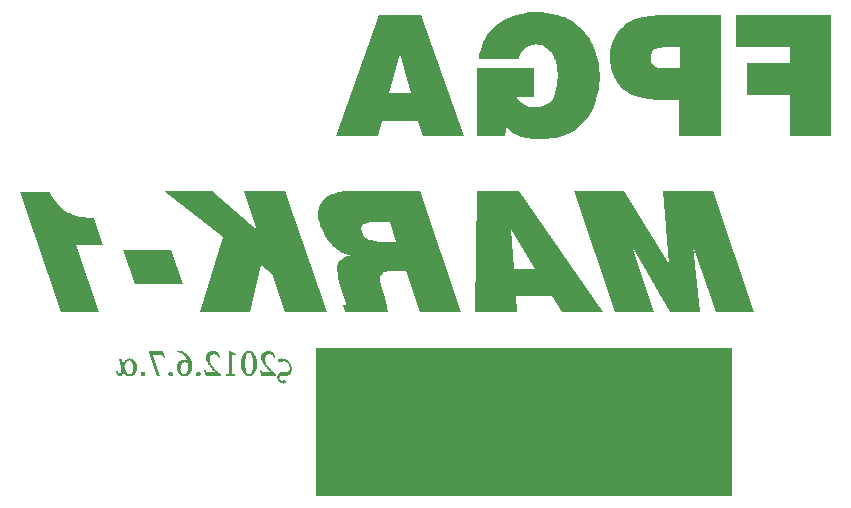
<source format=gbo>
%FSLAX25Y25*%
%MOIN*%
G70*
G01*
G75*
G04 Layer_Color=16777215*
%ADD10R,0.05512X0.01575*%
%ADD11R,0.09843X0.05610*%
%ADD12R,0.02756X0.05610*%
%ADD13R,0.03347X0.04724*%
%ADD14R,0.03347X0.05000*%
%ADD15R,0.03150X0.03347*%
%ADD16C,0.05000*%
%ADD17R,0.03347X0.03150*%
%ADD18R,0.08500X0.05500*%
G04:AMPARAMS|DCode=19|XSize=33.47mil|YSize=31.5mil|CornerRadius=0mil|HoleSize=0mil|Usage=FLASHONLY|Rotation=225.000|XOffset=0mil|YOffset=0mil|HoleType=Round|Shape=Rectangle|*
%AMROTATEDRECTD19*
4,1,4,0.00070,0.02297,0.02297,0.00070,-0.00070,-0.02297,-0.02297,-0.00070,0.00070,0.02297,0.0*
%
%ADD19ROTATEDRECTD19*%

G04:AMPARAMS|DCode=20|XSize=33.47mil|YSize=31.5mil|CornerRadius=0mil|HoleSize=0mil|Usage=FLASHONLY|Rotation=315.000|XOffset=0mil|YOffset=0mil|HoleType=Round|Shape=Rectangle|*
%AMROTATEDRECTD20*
4,1,4,-0.02297,0.00070,-0.00070,0.02297,0.02297,-0.00070,0.00070,-0.02297,-0.02297,0.00070,0.0*
%
%ADD20ROTATEDRECTD20*%

%ADD21R,0.03543X0.08268*%
%ADD22R,0.12992X0.08268*%
%ADD23R,0.01378X0.03937*%
G04:AMPARAMS|DCode=24|XSize=25.59mil|YSize=33.47mil|CornerRadius=6.4mil|HoleSize=0mil|Usage=FLASHONLY|Rotation=180.000|XOffset=0mil|YOffset=0mil|HoleType=Round|Shape=RoundedRectangle|*
%AMROUNDEDRECTD24*
21,1,0.02559,0.02067,0,0,180.0*
21,1,0.01280,0.03347,0,0,180.0*
1,1,0.01280,-0.00640,0.01034*
1,1,0.01280,0.00640,0.01034*
1,1,0.01280,0.00640,-0.01034*
1,1,0.01280,-0.00640,-0.01034*
%
%ADD24ROUNDEDRECTD24*%
%ADD25R,0.06000X0.08500*%
%ADD26R,0.09449X0.07874*%
G04:AMPARAMS|DCode=27|XSize=9.84mil|YSize=59.06mil|CornerRadius=0mil|HoleSize=0mil|Usage=FLASHONLY|Rotation=315.000|XOffset=0mil|YOffset=0mil|HoleType=Round|Shape=Rectangle|*
%AMROTATEDRECTD27*
4,1,4,-0.02436,-0.01740,0.01740,0.02436,0.02436,0.01740,-0.01740,-0.02436,-0.02436,-0.01740,0.0*
%
%ADD27ROTATEDRECTD27*%

G04:AMPARAMS|DCode=28|XSize=9.84mil|YSize=59.06mil|CornerRadius=0mil|HoleSize=0mil|Usage=FLASHONLY|Rotation=45.000|XOffset=0mil|YOffset=0mil|HoleType=Round|Shape=Rectangle|*
%AMROTATEDRECTD28*
4,1,4,0.01740,-0.02436,-0.02436,0.01740,-0.01740,0.02436,0.02436,-0.01740,0.01740,-0.02436,0.0*
%
%ADD28ROTATEDRECTD28*%

%ADD29R,0.02362X0.04724*%
%ADD30R,0.02900X0.09500*%
%ADD31R,0.02362X0.08071*%
%ADD32R,0.11024X0.03937*%
%ADD33R,0.02362X0.07087*%
%ADD34R,0.08661X0.08661*%
%ADD35O,0.03740X0.01181*%
%ADD36O,0.01181X0.03740*%
%ADD37R,0.15500X0.12500*%
%ADD38C,0.02000*%
%ADD39C,0.01200*%
%ADD40C,0.00600*%
%ADD41C,0.01400*%
%ADD42C,0.00700*%
%ADD43C,0.00800*%
%ADD44R,0.05000X0.02500*%
%ADD45C,0.06299*%
%ADD46C,0.05700*%
%ADD47R,0.05700X0.05700*%
%ADD48R,0.05700X0.05700*%
%ADD49C,0.05300*%
%ADD50C,0.05500*%
%ADD51C,0.08661*%
%ADD52R,0.05100X0.05100*%
%ADD53C,0.05100*%
%ADD54C,0.13100*%
%ADD55C,0.02500*%
%ADD56C,0.02600*%
%ADD57C,0.02598*%
%ADD58C,0.01000*%
%ADD59C,0.00984*%
%ADD60C,0.02362*%
%ADD61C,0.00787*%
%ADD62C,0.01500*%
%ADD63C,0.00591*%
%ADD64C,0.00400*%
%ADD65C,0.00500*%
%ADD66R,0.05800X0.06300*%
%ADD67R,0.06312X0.02375*%
%ADD68R,0.10642X0.06410*%
%ADD69R,0.03556X0.06410*%
%ADD70R,0.04147X0.05524*%
%ADD71R,0.04147X0.05800*%
%ADD72R,0.03950X0.04147*%
%ADD73C,0.05800*%
%ADD74R,0.04147X0.03950*%
%ADD75R,0.09300X0.06300*%
G04:AMPARAMS|DCode=76|XSize=41.47mil|YSize=39.5mil|CornerRadius=0mil|HoleSize=0mil|Usage=FLASHONLY|Rotation=225.000|XOffset=0mil|YOffset=0mil|HoleType=Round|Shape=Rectangle|*
%AMROTATEDRECTD76*
4,1,4,0.00070,0.02862,0.02862,0.00070,-0.00070,-0.02862,-0.02862,-0.00070,0.00070,0.02862,0.0*
%
%ADD76ROTATEDRECTD76*%

G04:AMPARAMS|DCode=77|XSize=41.47mil|YSize=39.5mil|CornerRadius=0mil|HoleSize=0mil|Usage=FLASHONLY|Rotation=315.000|XOffset=0mil|YOffset=0mil|HoleType=Round|Shape=Rectangle|*
%AMROTATEDRECTD77*
4,1,4,-0.02862,0.00070,-0.00070,0.02862,0.02862,-0.00070,0.00070,-0.02862,-0.02862,0.00070,0.0*
%
%ADD77ROTATEDRECTD77*%

%ADD78R,0.04343X0.09068*%
%ADD79R,0.13792X0.09068*%
%ADD80R,0.02178X0.04737*%
G04:AMPARAMS|DCode=81|XSize=33.59mil|YSize=41.47mil|CornerRadius=10.4mil|HoleSize=0mil|Usage=FLASHONLY|Rotation=180.000|XOffset=0mil|YOffset=0mil|HoleType=Round|Shape=RoundedRectangle|*
%AMROUNDEDRECTD81*
21,1,0.03359,0.02067,0,0,180.0*
21,1,0.01280,0.04147,0,0,180.0*
1,1,0.02080,-0.00640,0.01034*
1,1,0.02080,0.00640,0.01034*
1,1,0.02080,0.00640,-0.01034*
1,1,0.02080,-0.00640,-0.01034*
%
%ADD81ROUNDEDRECTD81*%
%ADD82R,0.06800X0.09300*%
%ADD83R,0.10249X0.08674*%
G04:AMPARAMS|DCode=84|XSize=17.84mil|YSize=67.06mil|CornerRadius=0mil|HoleSize=0mil|Usage=FLASHONLY|Rotation=315.000|XOffset=0mil|YOffset=0mil|HoleType=Round|Shape=Rectangle|*
%AMROTATEDRECTD84*
4,1,4,-0.03002,-0.01740,0.01740,0.03002,0.03002,0.01740,-0.01740,-0.03002,-0.03002,-0.01740,0.0*
%
%ADD84ROTATEDRECTD84*%

G04:AMPARAMS|DCode=85|XSize=17.84mil|YSize=67.06mil|CornerRadius=0mil|HoleSize=0mil|Usage=FLASHONLY|Rotation=45.000|XOffset=0mil|YOffset=0mil|HoleType=Round|Shape=Rectangle|*
%AMROTATEDRECTD85*
4,1,4,0.01740,-0.03002,-0.03002,0.01740,-0.01740,0.03002,0.03002,-0.01740,0.01740,-0.03002,0.0*
%
%ADD85ROTATEDRECTD85*%

%ADD86R,0.03162X0.05524*%
%ADD87R,0.03700X0.10300*%
%ADD88R,0.03162X0.08871*%
%ADD89R,0.11824X0.04737*%
%ADD90R,0.03162X0.07887*%
%ADD91R,0.09461X0.09461*%
%ADD92O,0.04540X0.01981*%
%ADD93O,0.01981X0.04540*%
%ADD94R,0.16300X0.13300*%
%ADD95C,0.07099*%
%ADD96C,0.06500*%
%ADD97R,0.06500X0.06500*%
%ADD98R,0.06500X0.06500*%
%ADD99C,0.06100*%
%ADD100C,0.06300*%
%ADD101C,0.09461*%
%ADD102R,0.05900X0.05900*%
%ADD103C,0.05900*%
%ADD104C,0.13900*%
%ADD105R,1.38950X0.49350*%
G36*
X106422Y103537D02*
X106597Y103525D01*
X106897Y103450D01*
X107172Y103350D01*
X107410Y103237D01*
X107597Y103125D01*
X107672Y103075D01*
X107735Y103025D01*
X107785Y102988D01*
X107822Y102950D01*
X107835Y102937D01*
X107847Y102925D01*
X107960Y102800D01*
X108060Y102675D01*
X108235Y102375D01*
X108372Y102062D01*
X108485Y101762D01*
X108522Y101625D01*
X108547Y101488D01*
X108585Y101375D01*
X108597Y101262D01*
X108622Y101188D01*
Y101112D01*
X108635Y101075D01*
Y101063D01*
X108210D01*
X108110Y101312D01*
X108010Y101513D01*
X107897Y101700D01*
X107785Y101838D01*
X107697Y101950D01*
X107622Y102025D01*
X107560Y102075D01*
X107547Y102087D01*
X107385Y102200D01*
X107210Y102275D01*
X107047Y102338D01*
X106885Y102375D01*
X106760Y102400D01*
X106647Y102412D01*
X106560D01*
X106347Y102387D01*
X106147Y102338D01*
X105985Y102275D01*
X105835Y102188D01*
X105710Y102100D01*
X105622Y102038D01*
X105572Y101988D01*
X105547Y101962D01*
X105397Y101787D01*
X105297Y101587D01*
X105222Y101400D01*
X105160Y101225D01*
X105135Y101063D01*
X105122Y100925D01*
X105110Y100875D01*
Y100850D01*
Y100825D01*
Y100812D01*
Y100663D01*
X105135Y100513D01*
X105197Y100213D01*
X105285Y99925D01*
X105372Y99663D01*
X105472Y99437D01*
X105522Y99338D01*
X105560Y99262D01*
X105597Y99187D01*
X105622Y99138D01*
X105635Y99112D01*
X105647Y99100D01*
X105810Y98850D01*
X106010Y98588D01*
X106235Y98300D01*
X106485Y98013D01*
X106735Y97725D01*
X107010Y97438D01*
X107285Y97150D01*
X107547Y96875D01*
X107810Y96625D01*
X108047Y96375D01*
X108272Y96162D01*
X108472Y95975D01*
X108635Y95825D01*
X108760Y95713D01*
X108797Y95662D01*
X108835Y95638D01*
X108847Y95625D01*
X108860Y95613D01*
Y95200D01*
X103972D01*
X103372Y96975D01*
X103797D01*
X103885Y96838D01*
X103972Y96725D01*
X104060Y96637D01*
X104135Y96562D01*
X104210Y96513D01*
X104260Y96475D01*
X104297Y96463D01*
X104310Y96450D01*
X104372Y96425D01*
X104435Y96412D01*
X104610Y96375D01*
X104785Y96350D01*
X104972Y96337D01*
X105147D01*
X105285Y96325D01*
X107372D01*
X107297Y96363D01*
X107197Y96438D01*
X107085Y96525D01*
X106960Y96650D01*
X106810Y96775D01*
X106660Y96912D01*
X106360Y97225D01*
X106072Y97525D01*
X105947Y97663D01*
X105835Y97775D01*
X105747Y97875D01*
X105672Y97962D01*
X105622Y98013D01*
X105610Y98025D01*
X105422Y98225D01*
X105260Y98425D01*
X105110Y98625D01*
X104960Y98825D01*
X104710Y99187D01*
X104610Y99350D01*
X104510Y99512D01*
X104422Y99650D01*
X104360Y99787D01*
X104297Y99900D01*
X104247Y99988D01*
X104210Y100075D01*
X104185Y100125D01*
X104160Y100162D01*
Y100175D01*
X104060Y100375D01*
X103985Y100587D01*
X103935Y100775D01*
X103897Y100962D01*
X103872Y101112D01*
X103860Y101237D01*
Y101275D01*
Y101312D01*
Y101325D01*
Y101338D01*
X103872Y101500D01*
X103885Y101663D01*
X103972Y101962D01*
X104072Y102225D01*
X104197Y102450D01*
X104335Y102638D01*
X104385Y102713D01*
X104435Y102775D01*
X104485Y102825D01*
X104522Y102863D01*
X104535Y102875D01*
X104547Y102887D01*
X104685Y103000D01*
X104822Y103112D01*
X104960Y103200D01*
X105097Y103275D01*
X105385Y103387D01*
X105660Y103463D01*
X105885Y103513D01*
X105997Y103525D01*
X106072Y103537D01*
X106147Y103550D01*
X106247D01*
X106422Y103537D01*
D02*
G37*
G36*
X88010D02*
X88185Y103525D01*
X88485Y103450D01*
X88760Y103350D01*
X88997Y103237D01*
X89185Y103125D01*
X89260Y103075D01*
X89322Y103025D01*
X89372Y102988D01*
X89410Y102950D01*
X89422Y102937D01*
X89435Y102925D01*
X89547Y102800D01*
X89647Y102675D01*
X89822Y102375D01*
X89960Y102062D01*
X90072Y101762D01*
X90110Y101625D01*
X90135Y101488D01*
X90172Y101375D01*
X90185Y101262D01*
X90210Y101188D01*
Y101112D01*
X90222Y101075D01*
Y101063D01*
X89797D01*
X89697Y101312D01*
X89597Y101513D01*
X89485Y101700D01*
X89372Y101838D01*
X89285Y101950D01*
X89210Y102025D01*
X89147Y102075D01*
X89135Y102087D01*
X88972Y102200D01*
X88797Y102275D01*
X88635Y102338D01*
X88472Y102375D01*
X88347Y102400D01*
X88235Y102412D01*
X88147D01*
X87935Y102387D01*
X87735Y102338D01*
X87572Y102275D01*
X87422Y102188D01*
X87297Y102100D01*
X87210Y102038D01*
X87160Y101988D01*
X87135Y101962D01*
X86985Y101787D01*
X86885Y101587D01*
X86810Y101400D01*
X86747Y101225D01*
X86722Y101063D01*
X86710Y100925D01*
X86697Y100875D01*
Y100850D01*
Y100825D01*
Y100812D01*
Y100663D01*
X86722Y100513D01*
X86785Y100213D01*
X86872Y99925D01*
X86960Y99663D01*
X87060Y99437D01*
X87110Y99338D01*
X87147Y99262D01*
X87185Y99187D01*
X87210Y99138D01*
X87222Y99112D01*
X87235Y99100D01*
X87397Y98850D01*
X87597Y98588D01*
X87822Y98300D01*
X88072Y98013D01*
X88322Y97725D01*
X88597Y97438D01*
X88872Y97150D01*
X89135Y96875D01*
X89397Y96625D01*
X89635Y96375D01*
X89860Y96162D01*
X90060Y95975D01*
X90222Y95825D01*
X90347Y95713D01*
X90385Y95662D01*
X90422Y95638D01*
X90435Y95625D01*
X90447Y95613D01*
Y95200D01*
X85560D01*
X84960Y96975D01*
X85385D01*
X85472Y96838D01*
X85560Y96725D01*
X85647Y96637D01*
X85722Y96562D01*
X85797Y96513D01*
X85847Y96475D01*
X85885Y96463D01*
X85897Y96450D01*
X85960Y96425D01*
X86022Y96412D01*
X86197Y96375D01*
X86372Y96350D01*
X86560Y96337D01*
X86735D01*
X86872Y96325D01*
X88960D01*
X88885Y96363D01*
X88785Y96438D01*
X88672Y96525D01*
X88547Y96650D01*
X88397Y96775D01*
X88247Y96912D01*
X87947Y97225D01*
X87660Y97525D01*
X87535Y97663D01*
X87422Y97775D01*
X87335Y97875D01*
X87260Y97962D01*
X87210Y98013D01*
X87197Y98025D01*
X87010Y98225D01*
X86847Y98425D01*
X86697Y98625D01*
X86547Y98825D01*
X86297Y99187D01*
X86197Y99350D01*
X86097Y99512D01*
X86010Y99650D01*
X85947Y99787D01*
X85885Y99900D01*
X85835Y99988D01*
X85797Y100075D01*
X85772Y100125D01*
X85747Y100162D01*
Y100175D01*
X85647Y100375D01*
X85572Y100587D01*
X85522Y100775D01*
X85485Y100962D01*
X85460Y101112D01*
X85447Y101237D01*
Y101275D01*
Y101312D01*
Y101325D01*
Y101338D01*
X85460Y101500D01*
X85472Y101663D01*
X85560Y101962D01*
X85660Y102225D01*
X85785Y102450D01*
X85922Y102638D01*
X85972Y102713D01*
X86022Y102775D01*
X86072Y102825D01*
X86110Y102863D01*
X86122Y102875D01*
X86135Y102887D01*
X86272Y103000D01*
X86410Y103112D01*
X86547Y103200D01*
X86685Y103275D01*
X86972Y103387D01*
X87247Y103463D01*
X87472Y103513D01*
X87585Y103525D01*
X87660Y103537D01*
X87735Y103550D01*
X87835D01*
X88010Y103537D01*
D02*
G37*
G36*
X76585D02*
X76835Y103513D01*
X77072Y103463D01*
X77285Y103412D01*
X77472Y103363D01*
X77547Y103338D01*
X77622Y103313D01*
X77672Y103300D01*
X77710Y103287D01*
X77735Y103275D01*
X77747D01*
X78035Y103150D01*
X78310Y103000D01*
X78572Y102825D01*
X78810Y102650D01*
X79010Y102488D01*
X79097Y102425D01*
X79172Y102363D01*
X79235Y102313D01*
X79272Y102275D01*
X79297Y102250D01*
X79310Y102237D01*
X79597Y101950D01*
X79847Y101637D01*
X80060Y101350D01*
X80235Y101075D01*
X80372Y100838D01*
X80422Y100738D01*
X80472Y100650D01*
X80497Y100587D01*
X80522Y100538D01*
X80547Y100500D01*
Y100487D01*
X80685Y100112D01*
X80797Y99750D01*
X80872Y99400D01*
X80922Y99088D01*
X80935Y98950D01*
X80947Y98825D01*
X80960Y98712D01*
Y98625D01*
X80972Y98537D01*
Y98488D01*
Y98450D01*
Y98438D01*
X80960Y98125D01*
X80922Y97812D01*
X80872Y97537D01*
X80797Y97263D01*
X80710Y97013D01*
X80610Y96775D01*
X80510Y96562D01*
X80397Y96375D01*
X80297Y96200D01*
X80197Y96050D01*
X80097Y95912D01*
X80010Y95812D01*
X79935Y95725D01*
X79885Y95662D01*
X79847Y95625D01*
X79835Y95613D01*
X79722Y95512D01*
X79597Y95425D01*
X79347Y95275D01*
X79097Y95175D01*
X78872Y95113D01*
X78660Y95063D01*
X78572Y95050D01*
X78510D01*
X78447Y95038D01*
X78360D01*
X78135Y95050D01*
X77922Y95075D01*
X77710Y95125D01*
X77522Y95187D01*
X77347Y95262D01*
X77197Y95337D01*
X77047Y95425D01*
X76910Y95512D01*
X76797Y95600D01*
X76697Y95688D01*
X76610Y95762D01*
X76535Y95837D01*
X76485Y95900D01*
X76447Y95950D01*
X76422Y95975D01*
X76410Y95987D01*
X76285Y96162D01*
X76172Y96350D01*
X76085Y96525D01*
X76010Y96700D01*
X75885Y97038D01*
X75797Y97338D01*
X75772Y97475D01*
X75747Y97600D01*
X75735Y97700D01*
X75722Y97800D01*
X75710Y97875D01*
Y97925D01*
Y97962D01*
Y97975D01*
X75722Y98175D01*
X75735Y98362D01*
X75810Y98712D01*
X75910Y99013D01*
X75972Y99150D01*
X76022Y99275D01*
X76085Y99375D01*
X76147Y99475D01*
X76197Y99563D01*
X76247Y99625D01*
X76285Y99675D01*
X76322Y99713D01*
X76335Y99738D01*
X76347Y99750D01*
X76472Y99875D01*
X76585Y99988D01*
X76722Y100075D01*
X76847Y100150D01*
X77097Y100275D01*
X77335Y100363D01*
X77535Y100412D01*
X77622Y100425D01*
X77697Y100437D01*
X77760Y100450D01*
X77847D01*
X78010Y100437D01*
X78172Y100425D01*
X78322Y100400D01*
X78460Y100375D01*
X78572Y100338D01*
X78660Y100312D01*
X78710Y100300D01*
X78735Y100287D01*
X78885Y100225D01*
X79022Y100162D01*
X79135Y100087D01*
X79235Y100025D01*
X79310Y99963D01*
X79360Y99925D01*
X79397Y99888D01*
X79410Y99875D01*
X79335Y100112D01*
X79247Y100338D01*
X79160Y100538D01*
X79085Y100713D01*
X79010Y100863D01*
X78960Y100975D01*
X78922Y101050D01*
X78910Y101075D01*
X78785Y101287D01*
X78660Y101475D01*
X78522Y101663D01*
X78410Y101813D01*
X78297Y101937D01*
X78210Y102038D01*
X78160Y102087D01*
X78135Y102112D01*
X77960Y102275D01*
X77797Y102412D01*
X77635Y102538D01*
X77497Y102625D01*
X77385Y102700D01*
X77285Y102762D01*
X77235Y102787D01*
X77210Y102800D01*
X77010Y102875D01*
X76797Y102937D01*
X76572Y103000D01*
X76360Y103038D01*
X76172Y103062D01*
X76085Y103075D01*
X76010Y103087D01*
X75960D01*
X75910Y103100D01*
X75872D01*
Y103550D01*
X76335D01*
X76585Y103537D01*
D02*
G37*
G36*
X33848Y155438D02*
X34348Y154625D01*
X34911Y153937D01*
X35348Y153313D01*
X35786Y152813D01*
X36098Y152375D01*
X36348Y152125D01*
X36411Y152062D01*
X37348Y151188D01*
X38161Y150500D01*
X38536Y150250D01*
X38786Y150063D01*
X38973Y149937D01*
X39036Y149875D01*
X39536Y149563D01*
X40161Y149312D01*
X41286Y148875D01*
X41786Y148688D01*
X42161Y148563D01*
X42411Y148438D01*
X42536D01*
X43411Y148250D01*
X44286Y148125D01*
X45223Y148000D01*
X46098Y147938D01*
X46848Y147875D01*
X47473Y147812D01*
X48036D01*
X51036Y138875D01*
X42161D01*
X49786Y116500D01*
X37161D01*
X23598Y156313D01*
X33411D01*
X33848Y155438D01*
D02*
G37*
G36*
X95447Y102538D02*
X95297Y102188D01*
X95135Y102250D01*
X94997Y102287D01*
X94885Y102325D01*
X94797Y102338D01*
X94722Y102350D01*
X94685Y102363D01*
X94647D01*
X94572Y102350D01*
X94510Y102338D01*
X94472Y102313D01*
X94460Y102300D01*
X94410Y102237D01*
X94372Y102175D01*
X94360Y102125D01*
X94347Y102112D01*
Y102100D01*
X94335Y102050D01*
X94322Y101988D01*
X94310Y101838D01*
X94297Y101650D01*
Y101475D01*
X94285Y101300D01*
Y101163D01*
Y101100D01*
Y101063D01*
Y101038D01*
Y101025D01*
Y96737D01*
Y96613D01*
Y96500D01*
X94297Y96325D01*
Y96188D01*
X94310Y96075D01*
X94322Y96013D01*
Y95963D01*
X94335Y95950D01*
Y95938D01*
X94385Y95837D01*
X94447Y95775D01*
X94510Y95725D01*
X94522Y95713D01*
X94535D01*
X94610Y95688D01*
X94710Y95675D01*
X94835Y95662D01*
X94972Y95650D01*
X95097D01*
X95210Y95638D01*
X95310D01*
Y95200D01*
X92072D01*
Y95638D01*
X92285Y95650D01*
X92460Y95662D01*
X92597Y95675D01*
X92697Y95688D01*
X92772Y95700D01*
X92810Y95713D01*
X92835Y95725D01*
X92847D01*
X92935Y95788D01*
X92997Y95850D01*
X93022Y95900D01*
X93035Y95925D01*
Y95963D01*
X93047Y96000D01*
X93060Y96113D01*
Y96237D01*
X93072Y96387D01*
Y96513D01*
Y96625D01*
Y96712D01*
Y96725D01*
Y96737D01*
Y103550D01*
X93422D01*
X95447Y102538D01*
D02*
G37*
G36*
X71835Y101312D02*
X71485Y101188D01*
X71360Y101400D01*
X71235Y101575D01*
X71110Y101713D01*
X70997Y101838D01*
X70897Y101912D01*
X70822Y101975D01*
X70760Y102013D01*
X70747Y102025D01*
X70622Y102075D01*
X70472Y102125D01*
X70322Y102150D01*
X70160Y102163D01*
X70022Y102175D01*
X69910Y102188D01*
X67760D01*
X70122Y95038D01*
X69260D01*
X66572Y103025D01*
Y103387D01*
X71047D01*
X71835Y101312D01*
D02*
G37*
G36*
X83072Y96550D02*
X83172Y96525D01*
X83272Y96487D01*
X83360Y96450D01*
X83422Y96412D01*
X83472Y96375D01*
X83497Y96350D01*
X83510Y96337D01*
X83585Y96250D01*
X83635Y96162D01*
X83672Y96075D01*
X83697Y95987D01*
X83710Y95912D01*
X83722Y95850D01*
Y95812D01*
Y95800D01*
X83710Y95675D01*
X83685Y95575D01*
X83647Y95475D01*
X83610Y95388D01*
X83572Y95325D01*
X83535Y95275D01*
X83510Y95250D01*
X83497Y95237D01*
X83410Y95162D01*
X83310Y95113D01*
X83222Y95075D01*
X83135Y95050D01*
X83060Y95038D01*
X82997Y95025D01*
X82947D01*
X82835Y95038D01*
X82735Y95063D01*
X82635Y95100D01*
X82560Y95138D01*
X82497Y95175D01*
X82447Y95213D01*
X82422Y95237D01*
X82410Y95250D01*
X82335Y95337D01*
X82272Y95438D01*
X82235Y95525D01*
X82197Y95613D01*
X82185Y95688D01*
X82172Y95750D01*
Y95788D01*
Y95800D01*
X82185Y95912D01*
X82210Y96013D01*
X82247Y96113D01*
X82285Y96188D01*
X82335Y96250D01*
X82372Y96300D01*
X82397Y96325D01*
X82410Y96337D01*
X82497Y96412D01*
X82585Y96463D01*
X82672Y96513D01*
X82760Y96538D01*
X82835Y96550D01*
X82897Y96562D01*
X82947D01*
X83072Y96550D01*
D02*
G37*
G36*
X73860D02*
X73960Y96525D01*
X74060Y96487D01*
X74147Y96450D01*
X74210Y96412D01*
X74260Y96375D01*
X74285Y96350D01*
X74297Y96337D01*
X74372Y96250D01*
X74422Y96162D01*
X74460Y96075D01*
X74485Y95987D01*
X74497Y95912D01*
X74510Y95850D01*
Y95812D01*
Y95800D01*
X74497Y95675D01*
X74472Y95575D01*
X74435Y95475D01*
X74397Y95388D01*
X74360Y95325D01*
X74322Y95275D01*
X74297Y95250D01*
X74285Y95237D01*
X74197Y95162D01*
X74097Y95113D01*
X74010Y95075D01*
X73922Y95050D01*
X73847Y95038D01*
X73785Y95025D01*
X73735D01*
X73622Y95038D01*
X73522Y95063D01*
X73422Y95100D01*
X73347Y95138D01*
X73285Y95175D01*
X73235Y95213D01*
X73210Y95237D01*
X73197Y95250D01*
X73122Y95337D01*
X73060Y95438D01*
X73022Y95525D01*
X72985Y95613D01*
X72972Y95688D01*
X72960Y95750D01*
Y95788D01*
Y95800D01*
X72972Y95912D01*
X72997Y96013D01*
X73035Y96113D01*
X73072Y96188D01*
X73122Y96250D01*
X73160Y96300D01*
X73185Y96325D01*
X73197Y96337D01*
X73285Y96412D01*
X73372Y96463D01*
X73460Y96513D01*
X73547Y96538D01*
X73622Y96550D01*
X73685Y96562D01*
X73735D01*
X73860Y96550D01*
D02*
G37*
G36*
X64647D02*
X64747Y96525D01*
X64847Y96487D01*
X64935Y96450D01*
X64997Y96412D01*
X65047Y96375D01*
X65072Y96350D01*
X65085Y96337D01*
X65160Y96250D01*
X65210Y96162D01*
X65247Y96075D01*
X65272Y95987D01*
X65285Y95912D01*
X65297Y95850D01*
Y95812D01*
Y95800D01*
X65285Y95675D01*
X65260Y95575D01*
X65222Y95475D01*
X65185Y95388D01*
X65147Y95325D01*
X65110Y95275D01*
X65085Y95250D01*
X65072Y95237D01*
X64985Y95162D01*
X64885Y95113D01*
X64797Y95075D01*
X64710Y95050D01*
X64635Y95038D01*
X64572Y95025D01*
X64522D01*
X64410Y95038D01*
X64310Y95063D01*
X64210Y95100D01*
X64135Y95138D01*
X64072Y95175D01*
X64022Y95213D01*
X63997Y95237D01*
X63985Y95250D01*
X63910Y95337D01*
X63847Y95438D01*
X63810Y95525D01*
X63772Y95613D01*
X63760Y95688D01*
X63747Y95750D01*
Y95788D01*
Y95800D01*
X63760Y95912D01*
X63785Y96013D01*
X63822Y96113D01*
X63860Y96188D01*
X63910Y96250D01*
X63947Y96300D01*
X63972Y96325D01*
X63985Y96337D01*
X64072Y96412D01*
X64160Y96463D01*
X64247Y96513D01*
X64335Y96538D01*
X64410Y96550D01*
X64472Y96562D01*
X64522D01*
X64647Y96550D01*
D02*
G37*
G36*
X60260Y100950D02*
X60435Y100925D01*
X60610Y100888D01*
X60772Y100838D01*
X61072Y100700D01*
X61335Y100550D01*
X61447Y100462D01*
X61547Y100388D01*
X61635Y100325D01*
X61697Y100262D01*
X61760Y100200D01*
X61797Y100162D01*
X61822Y100137D01*
X61835Y100125D01*
X61972Y99963D01*
X62085Y99787D01*
X62185Y99612D01*
X62272Y99437D01*
X62335Y99250D01*
X62397Y99075D01*
X62485Y98725D01*
X62522Y98575D01*
X62547Y98425D01*
X62560Y98300D01*
X62572Y98188D01*
X62585Y98088D01*
Y98025D01*
Y97975D01*
Y97962D01*
X62572Y97750D01*
X62560Y97550D01*
X62485Y97162D01*
X62385Y96812D01*
X62322Y96650D01*
X62260Y96513D01*
X62210Y96375D01*
X62147Y96263D01*
X62097Y96162D01*
X62047Y96075D01*
X62010Y96000D01*
X61972Y95950D01*
X61960Y95925D01*
X61947Y95912D01*
X61822Y95762D01*
X61672Y95625D01*
X61522Y95500D01*
X61360Y95400D01*
X61197Y95312D01*
X61035Y95237D01*
X60872Y95187D01*
X60710Y95138D01*
X60560Y95100D01*
X60410Y95075D01*
X60285Y95050D01*
X60172Y95038D01*
X60072Y95025D01*
X59947D01*
X59747Y95038D01*
X59560Y95050D01*
X59397Y95087D01*
X59247Y95125D01*
X59135Y95150D01*
X59047Y95187D01*
X58997Y95200D01*
X58972Y95213D01*
X58822Y95288D01*
X58685Y95375D01*
X58560Y95463D01*
X58460Y95550D01*
X58385Y95625D01*
X58322Y95688D01*
X58285Y95725D01*
X58272Y95737D01*
X58147Y95863D01*
X58047Y95987D01*
X57972Y96125D01*
X57910Y96237D01*
X57860Y96350D01*
X57835Y96438D01*
X57810Y96487D01*
Y96513D01*
X57785Y96363D01*
X57747Y96213D01*
X57685Y95963D01*
X57610Y95762D01*
X57535Y95600D01*
X57472Y95487D01*
X57422Y95400D01*
X57385Y95350D01*
X57372Y95337D01*
X57247Y95237D01*
X57135Y95162D01*
X57010Y95100D01*
X56910Y95063D01*
X56810Y95038D01*
X56735Y95025D01*
X56672D01*
X56522Y95038D01*
X56385Y95075D01*
X56260Y95138D01*
X56160Y95200D01*
X56072Y95262D01*
X56010Y95325D01*
X55972Y95363D01*
X55960Y95375D01*
X55897Y95450D01*
X55847Y95538D01*
X55760Y95737D01*
X55697Y95975D01*
X55647Y96200D01*
X55610Y96412D01*
X55585Y96500D01*
X55572Y96588D01*
Y96650D01*
X55560Y96700D01*
Y96737D01*
Y96750D01*
X56035D01*
X56072Y96588D01*
X56110Y96438D01*
X56147Y96325D01*
X56185Y96237D01*
X56222Y96175D01*
X56260Y96137D01*
X56272Y96113D01*
X56285Y96100D01*
X56347Y96050D01*
X56410Y96013D01*
X56510Y95975D01*
X56597Y95950D01*
X56622D01*
X56710Y95963D01*
X56797Y95975D01*
X56922Y96038D01*
X56972Y96075D01*
X57010Y96100D01*
X57022Y96113D01*
X57035Y96125D01*
X57060Y96175D01*
X57085Y96250D01*
X57135Y96400D01*
X57185Y96588D01*
X57235Y96775D01*
X57285Y96950D01*
X57322Y97100D01*
X57335Y97162D01*
X57347Y97200D01*
X57360Y97225D01*
Y97237D01*
X57310Y97413D01*
X57260Y97562D01*
X57222Y97700D01*
X57197Y97800D01*
X57172Y97887D01*
X57160Y97938D01*
X57147Y97975D01*
Y97988D01*
X56360Y100812D01*
X57560D01*
X57985Y99050D01*
X58047Y99238D01*
X58097Y99413D01*
X58172Y99575D01*
X58235Y99725D01*
X58310Y99862D01*
X58372Y99975D01*
X58447Y100087D01*
X58510Y100188D01*
X58635Y100338D01*
X58735Y100437D01*
X58797Y100500D01*
X58810Y100525D01*
X58822D01*
X59035Y100675D01*
X59247Y100775D01*
X59460Y100850D01*
X59647Y100912D01*
X59822Y100937D01*
X59947Y100950D01*
X59997Y100962D01*
X60072D01*
X60260Y100950D01*
D02*
G37*
G36*
X110972D02*
X111210Y100925D01*
X111435Y100888D01*
X111660Y100838D01*
X111860Y100787D01*
X112035Y100713D01*
X112210Y100650D01*
X112360Y100575D01*
X112497Y100500D01*
X112610Y100437D01*
X112710Y100363D01*
X112797Y100312D01*
X112860Y100262D01*
X112910Y100225D01*
X112935Y100200D01*
X112947Y100188D01*
X113147Y99975D01*
X113322Y99762D01*
X113472Y99537D01*
X113610Y99300D01*
X113710Y99063D01*
X113810Y98838D01*
X113885Y98612D01*
X113947Y98400D01*
X113985Y98200D01*
X114022Y98013D01*
X114047Y97838D01*
X114072Y97700D01*
Y97575D01*
X114085Y97487D01*
Y97438D01*
Y97413D01*
X114072Y97212D01*
X114060Y97025D01*
X113985Y96688D01*
X113885Y96387D01*
X113835Y96250D01*
X113772Y96137D01*
X113710Y96025D01*
X113660Y95938D01*
X113610Y95863D01*
X113560Y95800D01*
X113522Y95737D01*
X113485Y95700D01*
X113472Y95688D01*
X113460Y95675D01*
X113335Y95562D01*
X113210Y95463D01*
X113085Y95375D01*
X112947Y95300D01*
X112685Y95187D01*
X112435Y95113D01*
X112222Y95063D01*
X112122Y95050D01*
X112047Y95038D01*
X111972Y95025D01*
X111885D01*
X111622Y95038D01*
X111485Y95050D01*
X111360Y95063D01*
X111260Y95075D01*
X111172Y95087D01*
X111122Y95100D01*
X111097D01*
X110972Y95113D01*
X110872Y95125D01*
X110785Y95138D01*
X110710Y95150D01*
X110585D01*
X110485Y95138D01*
X110397Y95125D01*
X110322Y95100D01*
X110260Y95075D01*
X110210Y95038D01*
X110172Y95012D01*
X110160Y95000D01*
X110147Y94987D01*
X110097Y94925D01*
X110047Y94837D01*
X110010Y94687D01*
X109997Y94612D01*
X109985Y94550D01*
Y94512D01*
Y94500D01*
X109997Y94350D01*
X110022Y94213D01*
X110060Y94100D01*
X110097Y94000D01*
X110135Y93925D01*
X110172Y93875D01*
X110197Y93837D01*
X110210Y93825D01*
X110297Y93750D01*
X110397Y93687D01*
X110485Y93650D01*
X110572Y93612D01*
X110647Y93600D01*
X110710Y93587D01*
X110772D01*
X110922Y93600D01*
X111072Y93625D01*
X111135Y93638D01*
X111185Y93650D01*
X111222Y93663D01*
X111235D01*
X111410Y93700D01*
X111535Y93713D01*
X111585Y93725D01*
X111722D01*
X111797Y93700D01*
X111922Y93650D01*
X111997Y93600D01*
X112010Y93587D01*
X112022Y93575D01*
X112072Y93512D01*
X112110Y93463D01*
X112147Y93350D01*
X112160Y93300D01*
X112172Y93262D01*
Y93238D01*
Y93225D01*
X112160Y93138D01*
X112135Y93050D01*
X112060Y92925D01*
X112022Y92875D01*
X111985Y92838D01*
X111960Y92813D01*
X111947Y92800D01*
X111847Y92738D01*
X111747Y92687D01*
X111622Y92663D01*
X111510Y92637D01*
X111410Y92625D01*
X111322Y92612D01*
X111247D01*
X111097Y92625D01*
X110960Y92637D01*
X110697Y92712D01*
X110460Y92800D01*
X110260Y92913D01*
X110097Y93025D01*
X109972Y93125D01*
X109897Y93187D01*
X109885Y93200D01*
X109872Y93212D01*
X109772Y93325D01*
X109685Y93450D01*
X109535Y93700D01*
X109435Y93963D01*
X109372Y94200D01*
X109322Y94412D01*
X109310Y94500D01*
Y94587D01*
X109297Y94650D01*
Y94700D01*
Y94725D01*
Y94737D01*
X109310Y95012D01*
X109360Y95262D01*
X109422Y95475D01*
X109497Y95650D01*
X109585Y95788D01*
X109647Y95888D01*
X109697Y95950D01*
X109710Y95975D01*
X109872Y96125D01*
X110047Y96237D01*
X110235Y96312D01*
X110397Y96375D01*
X110547Y96400D01*
X110672Y96412D01*
X110722Y96425D01*
X110885D01*
X110997Y96412D01*
X111210Y96400D01*
X111297Y96387D01*
X111372D01*
X111435Y96375D01*
X111447D01*
X111597Y96363D01*
X111722Y96350D01*
X111847Y96337D01*
X111947D01*
X112022Y96325D01*
X112135D01*
X112322Y96337D01*
X112497Y96387D01*
X112660Y96438D01*
X112785Y96513D01*
X112897Y96575D01*
X112972Y96637D01*
X113022Y96675D01*
X113035Y96688D01*
X113160Y96825D01*
X113247Y96987D01*
X113310Y97137D01*
X113347Y97275D01*
X113372Y97413D01*
X113397Y97513D01*
Y97575D01*
Y97600D01*
X113385Y97812D01*
X113360Y98025D01*
X113310Y98238D01*
X113260Y98413D01*
X113222Y98575D01*
X113172Y98700D01*
X113160Y98738D01*
X113147Y98775D01*
X113135Y98787D01*
Y98800D01*
X113022Y99013D01*
X112910Y99200D01*
X112797Y99362D01*
X112685Y99488D01*
X112597Y99575D01*
X112510Y99650D01*
X112460Y99687D01*
X112447Y99700D01*
X112285Y99800D01*
X112122Y99862D01*
X111972Y99913D01*
X111835Y99950D01*
X111722Y99975D01*
X111622Y99988D01*
X111547D01*
X111435Y99975D01*
X111310Y99963D01*
X111185Y99937D01*
X111060Y99900D01*
X110947Y99862D01*
X110860Y99837D01*
X110797Y99825D01*
X110772Y99813D01*
X110585Y99750D01*
X110435Y99713D01*
X110297Y99675D01*
X110185Y99663D01*
X110097Y99650D01*
X110035Y99638D01*
X109985D01*
X109897Y99650D01*
X109810Y99663D01*
X109672Y99713D01*
X109622Y99738D01*
X109585Y99762D01*
X109572Y99787D01*
X109560D01*
X109497Y99850D01*
X109460Y99913D01*
X109410Y100038D01*
X109397Y100087D01*
X109385Y100137D01*
Y100162D01*
Y100175D01*
X109397Y100287D01*
X109435Y100388D01*
X109485Y100487D01*
X109547Y100563D01*
X109610Y100637D01*
X109660Y100688D01*
X109697Y100713D01*
X109710Y100725D01*
X109847Y100800D01*
X109997Y100863D01*
X110160Y100900D01*
X110322Y100937D01*
X110472Y100950D01*
X110597Y100962D01*
X110710D01*
X110972Y100950D01*
D02*
G37*
G36*
X100022Y103537D02*
X100197Y103513D01*
X100360Y103463D01*
X100510Y103412D01*
X100635Y103363D01*
X100722Y103313D01*
X100785Y103287D01*
X100810Y103275D01*
X100985Y103163D01*
X101135Y103038D01*
X101285Y102912D01*
X101397Y102787D01*
X101497Y102688D01*
X101572Y102587D01*
X101622Y102538D01*
X101635Y102513D01*
X101797Y102262D01*
X101947Y102013D01*
X102060Y101762D01*
X102160Y101525D01*
X102235Y101325D01*
X102272Y101237D01*
X102297Y101163D01*
X102310Y101100D01*
X102322Y101050D01*
X102335Y101025D01*
Y101013D01*
X102410Y100688D01*
X102460Y100375D01*
X102497Y100075D01*
X102522Y99800D01*
X102535Y99675D01*
Y99563D01*
Y99475D01*
X102547Y99388D01*
Y99313D01*
Y99262D01*
Y99238D01*
Y99225D01*
X102535Y98925D01*
X102522Y98637D01*
X102485Y98375D01*
X102447Y98112D01*
X102397Y97862D01*
X102347Y97637D01*
X102285Y97425D01*
X102222Y97225D01*
X102160Y97050D01*
X102097Y96900D01*
X102047Y96763D01*
X101997Y96650D01*
X101960Y96562D01*
X101922Y96487D01*
X101910Y96450D01*
X101897Y96438D01*
X101747Y96188D01*
X101585Y95975D01*
X101422Y95788D01*
X101247Y95625D01*
X101085Y95487D01*
X100922Y95375D01*
X100760Y95288D01*
X100597Y95213D01*
X100460Y95150D01*
X100322Y95113D01*
X100197Y95075D01*
X100097Y95063D01*
X100010Y95050D01*
X99947Y95038D01*
X99897D01*
X99672Y95063D01*
X99447Y95113D01*
X99222Y95175D01*
X99035Y95262D01*
X98872Y95350D01*
X98747Y95412D01*
X98697Y95450D01*
X98660Y95463D01*
X98647Y95487D01*
X98635D01*
X98510Y95575D01*
X98397Y95688D01*
X98197Y95912D01*
X98010Y96150D01*
X97860Y96387D01*
X97735Y96613D01*
X97685Y96700D01*
X97647Y96788D01*
X97610Y96850D01*
X97585Y96912D01*
X97572Y96938D01*
Y96950D01*
X97435Y97338D01*
X97335Y97750D01*
X97260Y98150D01*
X97210Y98537D01*
X97197Y98700D01*
X97185Y98862D01*
X97172Y99000D01*
X97160Y99125D01*
Y99225D01*
Y99300D01*
Y99350D01*
Y99362D01*
X97172Y99725D01*
X97197Y100075D01*
X97247Y100400D01*
X97310Y100713D01*
X97372Y101000D01*
X97460Y101262D01*
X97535Y101500D01*
X97622Y101713D01*
X97710Y101912D01*
X97797Y102075D01*
X97885Y102225D01*
X97947Y102350D01*
X98010Y102437D01*
X98060Y102513D01*
X98085Y102550D01*
X98097Y102562D01*
X98247Y102737D01*
X98385Y102887D01*
X98547Y103025D01*
X98697Y103138D01*
X98835Y103225D01*
X98985Y103313D01*
X99122Y103375D01*
X99260Y103425D01*
X99497Y103500D01*
X99597Y103525D01*
X99685Y103537D01*
X99747Y103550D01*
X99847D01*
X100022Y103537D01*
D02*
G37*
G36*
X170598Y116500D02*
X156911D01*
X152286Y130187D01*
X147036D01*
X146348Y130125D01*
X145848Y130062D01*
X145411Y129938D01*
X145036Y129875D01*
X144848Y129750D01*
X144723Y129688D01*
X144661D01*
X144348Y129500D01*
X144098Y129250D01*
X143723Y128750D01*
X143598Y128375D01*
X143536Y128250D01*
Y128188D01*
X143473Y127813D01*
Y127375D01*
X143598Y126437D01*
X143723Y126000D01*
X143786Y125688D01*
X143911Y125437D01*
Y125375D01*
X144786Y122438D01*
X145223Y121063D01*
X145536Y119875D01*
X145723Y118813D01*
X145848Y118000D01*
X145973Y117313D01*
X146036Y116875D01*
Y116625D01*
Y116500D01*
X131973D01*
X131161Y118750D01*
X131473D01*
X131723Y118813D01*
X131911D01*
X132036Y118875D01*
X132161Y118938D01*
Y119062D01*
Y119250D01*
X132098Y119687D01*
X131973Y120062D01*
X131911Y120187D01*
Y120250D01*
X129973Y126500D01*
X129598Y128000D01*
X129348Y129313D01*
X129223Y130375D01*
Y131187D01*
X129286Y131875D01*
X129348Y132313D01*
X129411Y132625D01*
X129473Y132687D01*
X129848Y133375D01*
X130473Y133938D01*
X131098Y134375D01*
X131786Y134750D01*
X132473Y135063D01*
X133036Y135250D01*
X133411Y135375D01*
X133473Y135438D01*
X133536D01*
X132973Y135500D01*
X132411Y135687D01*
X131848Y135812D01*
X131411Y136000D01*
X130973Y136188D01*
X130661Y136375D01*
X130473Y136437D01*
X130411Y136500D01*
X129536Y137063D01*
X128786Y137688D01*
X128098Y138250D01*
X127473Y138812D01*
X127036Y139313D01*
X126661Y139688D01*
X126411Y140000D01*
X126348Y140062D01*
X125723Y140875D01*
X125223Y141750D01*
X124723Y142625D01*
X124348Y143438D01*
X124036Y144187D01*
X123786Y144750D01*
X123661Y145125D01*
X123598Y145187D01*
Y145250D01*
X123348Y146125D01*
X123161Y146938D01*
X122973Y147625D01*
X122911Y148250D01*
X122848Y148688D01*
Y149063D01*
Y149312D01*
Y149375D01*
X122911Y150000D01*
X123036Y150625D01*
X123161Y151188D01*
X123286Y151688D01*
X123473Y152062D01*
X123598Y152375D01*
X123661Y152562D01*
X123723Y152625D01*
X124036Y153188D01*
X124411Y153625D01*
X124786Y154062D01*
X125161Y154437D01*
X125473Y154688D01*
X125786Y154875D01*
X125973Y155000D01*
X126036Y155062D01*
X126661Y155438D01*
X127348Y155687D01*
X128036Y155938D01*
X128723Y156187D01*
X129348Y156313D01*
X129848Y156438D01*
X130161Y156500D01*
X130286D01*
X131348Y156625D01*
X132473Y156750D01*
X133598Y156813D01*
X134661Y156875D01*
X135598Y156938D01*
X156786D01*
X170598Y116500D01*
D02*
G37*
G36*
X171337Y175000D02*
X157712D01*
X156212Y180125D01*
X144275D01*
X142775Y175000D01*
X128900D01*
X143150Y215438D01*
X157150D01*
X171337Y175000D01*
D02*
G37*
G36*
X125723Y116500D02*
X111973D01*
X107661Y129125D01*
X103973Y132125D01*
X100036Y116500D01*
X83661D01*
X91036Y141500D01*
X71348Y156938D01*
X87473D01*
X102598Y143938D01*
X98223Y156938D01*
X111911D01*
X125723Y116500D01*
D02*
G37*
G36*
X257150Y175000D02*
X243213D01*
Y187188D01*
X236525D01*
X235212Y187250D01*
X233900Y187312D01*
X232775Y187500D01*
X231775Y187688D01*
X230900Y187812D01*
X230275Y188000D01*
X230025Y188063D01*
X229837D01*
X229775Y188125D01*
X229713D01*
X228962Y188375D01*
X228338Y188563D01*
X227775Y188750D01*
X227338Y188937D01*
X227025Y189125D01*
X226775Y189188D01*
X226650Y189313D01*
X226588D01*
X225400Y190062D01*
X224900Y190500D01*
X224463Y190875D01*
X224088Y191250D01*
X223837Y191500D01*
X223650Y191688D01*
X223587Y191750D01*
X223088Y192375D01*
X222650Y193000D01*
X222213Y193687D01*
X221900Y194375D01*
X221587Y194938D01*
X221400Y195375D01*
X221275Y195687D01*
X221213Y195812D01*
X220837Y196812D01*
X220587Y197812D01*
X220400Y198750D01*
X220275Y199625D01*
X220213Y200375D01*
X220150Y201000D01*
Y201375D01*
Y201437D01*
Y201500D01*
X220213Y202500D01*
X220275Y203500D01*
X220400Y204312D01*
X220587Y205063D01*
X220775Y205687D01*
X220900Y206188D01*
X220963Y206437D01*
X221025Y206562D01*
X221338Y207375D01*
X221775Y208125D01*
X222150Y208812D01*
X222525Y209437D01*
X222900Y209938D01*
X223213Y210313D01*
X223400Y210562D01*
X223463Y210625D01*
X224088Y211250D01*
X224712Y211812D01*
X225275Y212313D01*
X225837Y212687D01*
X226338Y213000D01*
X226712Y213188D01*
X226962Y213313D01*
X227025Y213375D01*
X227775Y213750D01*
X228588Y214062D01*
X229400Y214313D01*
X230150Y214500D01*
X230837Y214687D01*
X231400Y214812D01*
X231775Y214875D01*
X231900D01*
X233150Y215062D01*
X234525Y215188D01*
X235963Y215313D01*
X237337Y215375D01*
X238587Y215438D01*
X257150D01*
Y175000D01*
D02*
G37*
G36*
X197275Y216438D02*
X199025Y216188D01*
X200712Y215937D01*
X202150Y215563D01*
X202775Y215375D01*
X203338Y215250D01*
X203837Y215062D01*
X204275Y214937D01*
X204650Y214812D01*
X204900Y214687D01*
X205025Y214625D01*
X205087D01*
X206212Y214062D01*
X207337Y213438D01*
X208337Y212812D01*
X209212Y212125D01*
X209963Y211500D01*
X210525Y211000D01*
X210900Y210687D01*
X210963Y210625D01*
X211025Y210562D01*
X211963Y209500D01*
X212775Y208437D01*
X213462Y207437D01*
X213963Y206500D01*
X214400Y205750D01*
X214650Y205125D01*
X214775Y204875D01*
X214838Y204688D01*
X214900Y204625D01*
Y204562D01*
X215525Y202813D01*
X215963Y201062D01*
X216337Y199437D01*
X216525Y197938D01*
X216587Y197312D01*
X216650Y196687D01*
X216712Y196187D01*
Y195750D01*
X216775Y195375D01*
Y195125D01*
Y194938D01*
Y194875D01*
X216712Y193687D01*
X216650Y192500D01*
X216337Y190313D01*
X216150Y189313D01*
X215900Y188375D01*
X215650Y187500D01*
X215400Y186688D01*
X215150Y185938D01*
X214963Y185312D01*
X214713Y184750D01*
X214525Y184250D01*
X214337Y183875D01*
X214212Y183625D01*
X214088Y183438D01*
Y183375D01*
X213025Y181687D01*
X211838Y180187D01*
X210650Y179000D01*
X209525Y178000D01*
X208525Y177250D01*
X208087Y176937D01*
X207713Y176688D01*
X207400Y176500D01*
X207150Y176375D01*
X207025Y176250D01*
X206962D01*
X205212Y175500D01*
X203463Y174937D01*
X201775Y174563D01*
X200213Y174312D01*
X199525Y174188D01*
X198837Y174125D01*
X198275Y174063D01*
X197775D01*
X197400Y174000D01*
X195775D01*
X194712Y174125D01*
X193837Y174188D01*
X193025Y174312D01*
X192400Y174437D01*
X191900Y174500D01*
X191650Y174625D01*
X191525D01*
X190712Y174875D01*
X189962Y175125D01*
X189275Y175437D01*
X188713Y175688D01*
X188275Y175937D01*
X187900Y176125D01*
X187713Y176250D01*
X187650Y176312D01*
X187213Y176688D01*
X186837Y177062D01*
X186213Y177875D01*
X186025Y178250D01*
X185837Y178562D01*
X185713Y178750D01*
Y178813D01*
X185275Y175000D01*
X175838D01*
Y197750D01*
X194712D01*
Y188125D01*
X189025D01*
X189213Y187812D01*
X189462Y187437D01*
X189838Y187063D01*
X190213Y186688D01*
X190587Y186375D01*
X190838Y186188D01*
X191087Y186000D01*
X191150Y185938D01*
X191838Y185500D01*
X192525Y185187D01*
X193275Y184938D01*
X193900Y184812D01*
X194525Y184687D01*
X194963Y184625D01*
X195400D01*
X196588Y184750D01*
X197588Y185000D01*
X198525Y185375D01*
X199275Y185812D01*
X199900Y186250D01*
X200338Y186625D01*
X200588Y186875D01*
X200712Y187000D01*
X201087Y187500D01*
X201400Y188063D01*
X201837Y189250D01*
X202213Y190625D01*
X202463Y191937D01*
X202588Y193125D01*
X202650Y193625D01*
Y194125D01*
X202712Y194500D01*
Y194750D01*
Y194938D01*
Y195000D01*
Y196000D01*
X202650Y197000D01*
X202525Y197875D01*
X202400Y198688D01*
X202213Y199437D01*
X202087Y200062D01*
X201900Y200688D01*
X201650Y201187D01*
X201463Y201688D01*
X201275Y202063D01*
X201150Y202375D01*
X200962Y202688D01*
X200712Y203000D01*
X200650Y203125D01*
X199838Y203938D01*
X198962Y204562D01*
X198150Y205000D01*
X197337Y205312D01*
X196650Y205500D01*
X196088Y205562D01*
X195712Y205625D01*
X195588D01*
X194837Y205562D01*
X194088Y205437D01*
X193463Y205250D01*
X192963Y205063D01*
X192525Y204875D01*
X192150Y204688D01*
X191963Y204562D01*
X191900Y204500D01*
X191338Y204000D01*
X190900Y203437D01*
X190463Y202813D01*
X190150Y202250D01*
X189900Y201688D01*
X189713Y201250D01*
X189650Y200938D01*
X189587Y200813D01*
X176338D01*
X176650Y202437D01*
X177025Y203875D01*
X177400Y205125D01*
X177775Y206125D01*
X178150Y207000D01*
X178463Y207562D01*
X178650Y207938D01*
X178712Y208063D01*
X179650Y209437D01*
X180712Y210687D01*
X181837Y211687D01*
X182900Y212562D01*
X183900Y213250D01*
X184337Y213562D01*
X184650Y213750D01*
X184962Y213937D01*
X185213Y214062D01*
X185337Y214188D01*
X185400D01*
X187088Y214937D01*
X188775Y215500D01*
X190463Y215937D01*
X192025Y216188D01*
X192712Y216313D01*
X193400Y216375D01*
X193963Y216438D01*
X194463D01*
X194837Y216500D01*
X195400D01*
X197275Y216438D01*
D02*
G37*
G36*
X293963Y175000D02*
X280025D01*
Y188875D01*
X265712D01*
Y199437D01*
X280025D01*
Y204625D01*
X262150D01*
Y215438D01*
X293963D01*
Y175000D01*
D02*
G37*
G36*
X217723Y116500D02*
X204098D01*
X200848Y121625D01*
X188911D01*
X189161Y116500D01*
X175286D01*
X175786Y156938D01*
X189723D01*
X217723Y116500D01*
D02*
G37*
G36*
X268286D02*
X255473D01*
X247911Y138563D01*
X250098Y116500D01*
X240223D01*
X227411Y138563D01*
X234911Y116500D01*
X221973D01*
X208223Y156938D01*
X224911D01*
X239723Y132375D01*
X237848Y156938D01*
X254473D01*
X268286Y116500D01*
D02*
G37*
G36*
X77848Y125750D02*
X61786D01*
X57911Y137000D01*
X73973D01*
X77848Y125750D01*
D02*
G37*
%LPC*%
G36*
X243400Y204813D02*
X238713D01*
X237713Y204688D01*
X236838Y204562D01*
X236212Y204437D01*
X235713Y204312D01*
X235337Y204187D01*
X235150Y204125D01*
X235087Y204063D01*
X234650Y203750D01*
X234275Y203312D01*
X234025Y202875D01*
X233900Y202437D01*
X233775Y202000D01*
X233713Y201625D01*
Y201375D01*
Y201312D01*
X233775Y200437D01*
X233962Y199812D01*
X234087Y199563D01*
X234212Y199375D01*
X234275Y199250D01*
Y199188D01*
X234775Y198625D01*
X235275Y198250D01*
X235650Y198063D01*
X235775Y198000D01*
X235838D01*
X236275Y197875D01*
X236775Y197812D01*
X237963Y197750D01*
X238525Y197687D01*
X243400D01*
Y204813D01*
D02*
G37*
G36*
X150275Y202500D02*
X146650Y189313D01*
X153712D01*
X150275Y202500D01*
D02*
G37*
G36*
X78472Y99700D02*
X78397D01*
X78272Y99687D01*
X78172Y99675D01*
X77960Y99588D01*
X77785Y99475D01*
X77635Y99350D01*
X77522Y99225D01*
X77435Y99112D01*
X77385Y99025D01*
X77372Y99013D01*
Y99000D01*
X77247Y98738D01*
X77160Y98450D01*
X77085Y98175D01*
X77047Y97913D01*
X77022Y97688D01*
X77010Y97600D01*
X76997Y97513D01*
Y97438D01*
Y97387D01*
Y97363D01*
Y97350D01*
X77010Y97050D01*
X77060Y96788D01*
X77110Y96562D01*
X77185Y96387D01*
X77247Y96237D01*
X77310Y96137D01*
X77360Y96075D01*
X77372Y96050D01*
X77510Y95900D01*
X77660Y95800D01*
X77797Y95725D01*
X77922Y95662D01*
X78022Y95638D01*
X78110Y95625D01*
X78160Y95613D01*
X78185D01*
X78297Y95625D01*
X78397Y95650D01*
X78497Y95675D01*
X78597Y95725D01*
X78772Y95850D01*
X78910Y95987D01*
X79035Y96113D01*
X79122Y96237D01*
X79160Y96288D01*
X79172Y96312D01*
X79197Y96337D01*
Y96350D01*
X79335Y96637D01*
X79422Y96925D01*
X79497Y97225D01*
X79547Y97487D01*
X79572Y97725D01*
X79585Y97825D01*
Y97913D01*
X79597Y97975D01*
Y98037D01*
Y98062D01*
Y98075D01*
Y98250D01*
X79585Y98450D01*
X79572Y98637D01*
X79547Y98825D01*
X79535Y98988D01*
X79522Y99125D01*
Y99175D01*
X79510Y99212D01*
Y99225D01*
Y99238D01*
X79360Y99338D01*
X79222Y99413D01*
X79110Y99475D01*
X79022Y99525D01*
X78947Y99563D01*
X78885Y99588D01*
X78860Y99600D01*
X78847D01*
X78672Y99663D01*
X78522Y99687D01*
X78472Y99700D01*
D02*
G37*
G36*
X187286Y144000D02*
X188161Y130813D01*
X195223D01*
X187286Y144000D01*
D02*
G37*
G36*
X146723Y146375D02*
X141036D01*
X140098Y146312D01*
X139348Y146250D01*
X138786Y146125D01*
X138348Y145938D01*
X138036Y145750D01*
X137786Y145625D01*
X137723Y145563D01*
X137661Y145500D01*
X137411Y145187D01*
X137286Y144813D01*
Y144438D01*
Y144062D01*
X137348Y143687D01*
X137411Y143438D01*
X137473Y143250D01*
Y143187D01*
X137723Y142687D01*
X137973Y142188D01*
X138286Y141750D01*
X138536Y141437D01*
X138848Y141188D01*
X139098Y141000D01*
X139223Y140875D01*
X139286Y140813D01*
X139848Y140500D01*
X140473Y140313D01*
X141848Y140062D01*
X142473Y140000D01*
X142973Y139937D01*
X148973D01*
X146723Y146375D01*
D02*
G37*
G36*
X60022Y100312D02*
X59997D01*
X59822Y100287D01*
X59660Y100238D01*
X59497Y100162D01*
X59360Y100087D01*
X59247Y100000D01*
X59147Y99925D01*
X59097Y99875D01*
X59072Y99850D01*
X58985Y99762D01*
X58897Y99650D01*
X58747Y99413D01*
X58622Y99150D01*
X58510Y98887D01*
X58422Y98650D01*
X58385Y98537D01*
X58347Y98450D01*
X58322Y98375D01*
X58310Y98312D01*
X58297Y98275D01*
Y98263D01*
X58385Y97962D01*
X58472Y97688D01*
X58547Y97425D01*
X58635Y97200D01*
X58722Y97000D01*
X58797Y96812D01*
X58872Y96662D01*
X58935Y96513D01*
X59010Y96400D01*
X59060Y96300D01*
X59122Y96213D01*
X59160Y96150D01*
X59197Y96100D01*
X59222Y96062D01*
X59247Y96050D01*
Y96038D01*
X59372Y95912D01*
X59497Y95825D01*
X59622Y95750D01*
X59735Y95713D01*
X59835Y95688D01*
X59910Y95675D01*
X59960Y95662D01*
X59972D01*
X60097Y95675D01*
X60210Y95700D01*
X60310Y95737D01*
X60410Y95775D01*
X60485Y95812D01*
X60547Y95850D01*
X60585Y95875D01*
X60597Y95888D01*
X60697Y95975D01*
X60797Y96087D01*
X60872Y96200D01*
X60935Y96300D01*
X60997Y96400D01*
X61035Y96475D01*
X61047Y96525D01*
X61060Y96550D01*
X61110Y96737D01*
X61147Y96938D01*
X61172Y97137D01*
X61185Y97350D01*
X61197Y97525D01*
X61210Y97663D01*
Y97725D01*
Y97763D01*
Y97787D01*
Y97800D01*
Y98037D01*
X61197Y98263D01*
X61172Y98475D01*
X61160Y98663D01*
X61122Y98838D01*
X61097Y99000D01*
X61072Y99138D01*
X61035Y99262D01*
X60997Y99375D01*
X60972Y99475D01*
X60935Y99550D01*
X60910Y99612D01*
X60897Y99663D01*
X60872Y99700D01*
X60860Y99713D01*
Y99725D01*
X60797Y99825D01*
X60722Y99925D01*
X60572Y100063D01*
X60435Y100175D01*
X60297Y100238D01*
X60172Y100287D01*
X60085Y100300D01*
X60022Y100312D01*
D02*
G37*
G36*
X99910Y102925D02*
X99847D01*
X99735Y102912D01*
X99635Y102900D01*
X99547Y102875D01*
X99472Y102838D01*
X99422Y102800D01*
X99372Y102775D01*
X99347Y102762D01*
X99335Y102750D01*
X99222Y102650D01*
X99135Y102538D01*
X99047Y102412D01*
X98972Y102300D01*
X98922Y102188D01*
X98885Y102100D01*
X98860Y102050D01*
X98847Y102025D01*
X98747Y101625D01*
X98685Y101213D01*
X98635Y100812D01*
X98597Y100450D01*
X98585Y100287D01*
X98572Y100137D01*
Y100000D01*
X98560Y99888D01*
Y99787D01*
Y99725D01*
Y99675D01*
Y99663D01*
Y99325D01*
X98572Y99013D01*
X98585Y98712D01*
X98597Y98438D01*
X98622Y98188D01*
X98647Y97950D01*
X98672Y97737D01*
X98697Y97550D01*
X98722Y97375D01*
X98747Y97225D01*
X98772Y97100D01*
X98797Y97000D01*
X98810Y96912D01*
X98822Y96863D01*
X98835Y96825D01*
Y96812D01*
X98897Y96588D01*
X98972Y96400D01*
X99060Y96250D01*
X99135Y96125D01*
X99197Y96025D01*
X99260Y95963D01*
X99297Y95925D01*
X99310Y95912D01*
X99422Y95825D01*
X99522Y95762D01*
X99622Y95725D01*
X99710Y95700D01*
X99785Y95675D01*
X99835Y95662D01*
X99885D01*
X100035Y95688D01*
X100185Y95737D01*
X100310Y95812D01*
X100410Y95912D01*
X100497Y96000D01*
X100572Y96075D01*
X100610Y96125D01*
X100622Y96150D01*
X100710Y96325D01*
X100797Y96538D01*
X100860Y96763D01*
X100922Y97000D01*
X101022Y97513D01*
X101085Y98013D01*
X101097Y98250D01*
X101122Y98475D01*
X101135Y98687D01*
Y98862D01*
X101147Y99013D01*
Y99112D01*
Y99187D01*
Y99212D01*
X101135Y99563D01*
X101122Y99900D01*
X101097Y100225D01*
X101072Y100513D01*
X101060Y100650D01*
X101047Y100775D01*
X101035Y100875D01*
X101022Y100962D01*
X101010Y101038D01*
X100997Y101087D01*
Y101125D01*
Y101137D01*
X100972Y101325D01*
X100935Y101488D01*
X100897Y101650D01*
X100847Y101787D01*
X100810Y101925D01*
X100760Y102050D01*
X100672Y102250D01*
X100585Y102400D01*
X100522Y102513D01*
X100472Y102575D01*
X100460Y102600D01*
X100360Y102713D01*
X100247Y102787D01*
X100147Y102850D01*
X100047Y102887D01*
X99972Y102912D01*
X99910Y102925D01*
D02*
G37*
%LPD*%
D105*
X191525Y79825D02*
D03*
M02*

</source>
